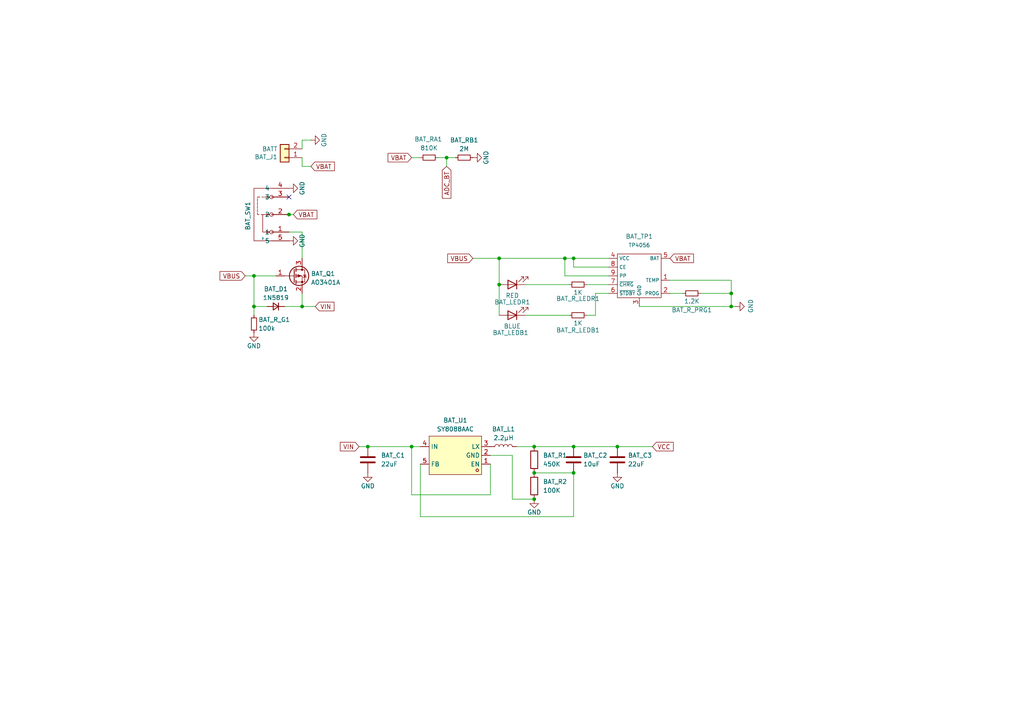
<source format=kicad_sch>
(kicad_sch (version 20250114) (generator "eeschema") (generator_version "9.0")
  (paper "A4")
  (lib_symbols
    (symbol "Connector_Generic:Conn_01x02" (pin_names (offset 1.016) (hide yes))
      (property "Reference" "J" (at 0 2.54 0))
      (property "Value" "Conn_01x02" (at 0 -5.08 0))
      (symbol "Conn_01x02_1_1"
        (rectangle (start -1.27 1.27) (end 1.27 -3.81) (stroke (width 0.254)) (fill (type background)))
        (rectangle (start -1.27 0.127) (end 0 -0.127) (stroke (width 0.1524)))
        (rectangle (start -1.27 -2.413) (end 0 -2.667) (stroke (width 0.1524)))
        (pin passive line (at -5.08 0 0) (length 3.81) (name "Pin_1") (number "1"))
        (pin passive line (at -5.08 -2.54 0) (length 3.81) (name "Pin_2") (number "2"))
      )
    )
    (symbol "Device:C" (pin_numbers (hide yes)) (pin_names (offset 0.254))
      (property "Reference" "C" (at 0.635 2.54 0))
      (property "Value" "C" (at 0.635 -2.54 0))
      (symbol "C_0_1"
        (polyline (pts (xy -2.032 0.762) (xy 2.032 0.762)) (stroke (width 0.508)))
        (polyline (pts (xy -2.032 -0.762) (xy 2.032 -0.762)) (stroke (width 0.508)))
      )
      (symbol "C_1_1"
        (pin passive line (at 0 3.81 270) (length 2.794) (name "~") (number "1"))
        (pin passive line (at 0 -3.81 90) (length 2.794) (name "~") (number "2"))
      )
    )
    (symbol "Device:D_Small" (pin_numbers (hide yes)) (pin_names (offset 0.254) (hide yes))
      (property "Reference" "D" (at -1.27 2.032 0))
      (property "Value" "D_Small" (at -3.81 -2.032 0))
      (symbol "D_Small_0_1"
        (polyline (pts (xy -0.762 0) (xy 0.762 0)))
        (polyline (pts (xy -0.762 -1.016) (xy -0.762 1.016)) (stroke (width 0.254)))
        (polyline (pts (xy 0.762 -1.016) (xy -0.762 0) (xy 0.762 1.016) (xy 0.762 -1.016)) (stroke (width 0.254)))
      )
      (symbol "D_Small_1_1"
        (pin passive line (at -2.54 0 0) (length 1.778) (name "K") (number "1"))
        (pin passive line (at 2.54 0 180) (length 1.778) (name "A") (number "2"))
      )
    )
    (symbol "Device:L" (pin_numbers (hide yes)) (pin_names (offset 1.016) (hide yes))
      (property "Reference" "L" (at -1.27 0 90))
      (property "Value" "L" (at 1.905 0 90))
      (symbol "L_0_1"
        (arc (start 0 2.54) (mid 0.6323 1.905) (end 0 1.27))
        (arc (start 0 1.27) (mid 0.6323 0.635) (end 0 0))
        (arc (start 0 0) (mid 0.6323 -0.635) (end 0 -1.27))
        (arc (start 0 -1.27) (mid 0.6323 -1.905) (end 0 -2.54))
      )
      (symbol "L_1_1"
        (pin passive line (at 0 3.81 270) (length 1.27) (name "1") (number "1"))
        (pin passive line (at 0 -3.81 90) (length 1.27) (name "2") (number "2"))
      )
    )
    (symbol "Device:LED" (pin_numbers (hide yes)) (pin_names (offset 1.016) (hide yes))
      (property "Reference" "D" (at 0 2.54 0))
      (property "Value" "LED" (at 0 -2.54 0))
      (symbol "LED_0_1"
        (polyline (pts (xy -3.048 -0.762) (xy -4.572 -2.286) (xy -3.81 -2.286) (xy -4.572 -2.286) (xy -4.572 -1.524)))
        (polyline (pts (xy -1.778 -0.762) (xy -3.302 -2.286) (xy -2.54 -2.286) (xy -3.302 -2.286) (xy -3.302 -1.524)))
        (polyline (pts (xy -1.27 0) (xy 1.27 0)))
        (polyline (pts (xy -1.27 -1.27) (xy -1.27 1.27)) (stroke (width 0.254)))
        (polyline (pts (xy 1.27 -1.27) (xy 1.27 1.27) (xy -1.27 0) (xy 1.27 -1.27)) (stroke (width 0.254)))
      )
      (symbol "LED_1_1"
        (pin passive line (at -3.81 0 0) (length 2.54) (name "K") (number "1"))
        (pin passive line (at 3.81 0 180) (length 2.54) (name "A") (number "2"))
      )
    )
    (symbol "Device:R" (pin_numbers (hide yes)) (pin_names (offset 0))
      (property "Reference" "R" (at 2.032 0 90))
      (property "Value" "R" (at 0 0 90))
      (symbol "R_0_1"
        (rectangle (start -1.016 -2.54) (end 1.016 2.54) (stroke (width 0.254)))
      )
      (symbol "R_1_1"
        (pin passive line (at 0 3.81 270) (length 1.27) (name "~") (number "1"))
        (pin passive line (at 0 -3.81 90) (length 1.27) (name "~") (number "2"))
      )
    )
    (symbol "Device:R_Small" (pin_numbers (hide yes)) (pin_names (offset 0.254) (hide yes))
      (property "Reference" "R" (at 0 0 90))
      (property "Value" "R_Small" (at 1.778 0 90))
      (symbol "R_Small_0_1"
        (rectangle (start -0.762 1.778) (end 0.762 -1.778) (stroke (width 0.2032)))
      )
      (symbol "R_Small_1_1"
        (pin passive line (at 0 2.54 270) (length 0.762) (name "~") (number "1"))
        (pin passive line (at 0 -2.54 90) (length 0.762) (name "~") (number "2"))
      )
    )
    (symbol "ErgoCai:SK12D07VG4"
      (property "Reference" "SW" (at 0 0 0))
      (property "Value" "SK12D07VG4" (at 0 -10.16 0))
      (symbol "SK12D07VG4_0_1"
        (polyline (pts (xy -7.62 0) (xy -7.62 5.08) (xy 7.62 5.08) (xy 7.62 0)))
        (polyline (pts (xy -5.08 0.51) (xy -5.33 1.52)))
        (polyline (pts (xy -5.08 0.51) (xy -4.83 1.52) (xy -4.83 1.52)))
        (polyline (pts (xy -5.08 0.51) (xy -5.08 2.54) (xy 0 2.54) (xy 0 0.51) (xy 0.25 1.52)))
        (circle (center -5.08 0) (radius 0.51))
        (polyline (pts (xy 0 3.56) (xy 0 4.06) (xy 0.51 4.06)))
        (polyline (pts (xy 0 2.54) (xy 0 3.05)))
        (polyline (pts (xy 0 0.51) (xy -0.25 1.52)))
        (circle (center 0 0) (radius 0.51))
        (polyline (pts (xy 0.76 4.06) (xy 1.52 4.06)))
        (polyline (pts (xy 1.78 4.06) (xy 2.54 4.06)))
        (polyline (pts (xy 2.79 4.06) (xy 3.56 4.06)))
        (polyline (pts (xy 3.81 4.06) (xy 4.57 4.06)))
        (polyline (pts (xy 4.83 4.06) (xy 5.08 4.06) (xy 5.08 3.3)))
        (polyline (pts (xy 5.08 2.79) (xy 5.08 2.29)))
        (polyline (pts (xy 5.08 2.03) (xy 5.08 1.52)))
        (polyline (pts (xy 5.08 1.27) (xy 5.08 0.51) (xy 5.33 1.52)))
        (polyline (pts (xy 5.08 0.51) (xy 4.83 1.52)))
        (circle (center 5.08 0) (radius 0.51))
        (pin unspecified line (at -7.62 -5.08 90) (length 5.08) (name "5") (number "5"))
        (pin unspecified line (at -5.08 -5.08 90) (length 5.08) (name "1") (number "1"))
        (pin unspecified line (at 0 -5.08 90) (length 5.08) (name "2") (number "2"))
        (pin unspecified line (at 5.08 -5.08 90) (length 5.08) (name "3") (number "3"))
        (pin unspecified line (at 7.62 -5.08 90) (length 5.08) (name "4") (number "4"))
      )
    )
    (symbol "ErgoCai:TP4056"
      (property "Reference" "U" (at 1.27 13.97 0))
      (property "Value" "TP4056" (at 8.89 13.97 0))
      (symbol "TP4056_0_1"
        (rectangle (start 0 12.7) (end 12.7 0))
      )
      (symbol "TP4056_1_1"
        (pin input line (at -2.54 11.43 0) (length 2.54) (name "VCC") (number "4"))
        (pin input line (at -2.54 8.89 0) (length 2.54) (name "CE") (number "8"))
        (pin input line (at -2.54 6.35 0) (length 2.54) (name "PP") (number "9"))
        (pin input line (at -2.54 3.81 0) (length 2.54) (name "~{CHRG}") (number "7"))
        (pin input line (at -2.54 1.27 0) (length 2.54) (name "~{STDBY}") (number "6"))
        (pin input line (at 6.35 -2.54 90) (length 2.54) (name "GND") (number "3"))
        (pin input line (at 15.24 11.43 180) (length 2.54) (name "BAT") (number "5"))
        (pin input line (at 15.24 5.08 180) (length 2.54) (name "TEMP") (number "1"))
        (pin input line (at 15.24 1.27 180) (length 2.54) (name "PROG") (number "2"))
      )
    )
    (symbol "Transistor_FET:AO3401A" (pin_names (hide yes))
      (property "Reference" "Q" (at 5.08 1.905 0))
      (property "Value" "AO3401A" (at 5.08 0 0))
      (symbol "AO3401A_0_1"
        (polyline (pts (xy 0.254 1.905) (xy 0.254 -1.905)) (stroke (width 0.254)))
        (polyline (pts (xy 0.254 0) (xy -2.54 0)))
        (polyline (pts (xy 0.762 2.286) (xy 0.762 1.27)) (stroke (width 0.254)))
        (polyline (pts (xy 0.762 1.778) (xy 3.302 1.778) (xy 3.302 -1.778) (xy 0.762 -1.778)))
        (polyline (pts (xy 0.762 0.508) (xy 0.762 -0.508)) (stroke (width 0.254)))
        (polyline (pts (xy 0.762 -1.27) (xy 0.762 -2.286)) (stroke (width 0.254)))
        (circle (center 1.651 0) (radius 2.794) (stroke (width 0.254)))
        (polyline (pts (xy 2.286 0) (xy 1.27 0.381) (xy 1.27 -0.381) (xy 2.286 0)) (fill (type outline)))
        (polyline (pts (xy 2.54 2.54) (xy 2.54 1.778)))
        (circle (center 2.54 1.778) (radius 0.254) (fill (type outline)))
        (circle (center 2.54 -1.778) (radius 0.254) (fill (type outline)))
        (polyline (pts (xy 2.54 -2.54) (xy 2.54 0) (xy 0.762 0)))
        (polyline (pts (xy 2.794 -0.508) (xy 2.921 -0.381) (xy 3.683 -0.381) (xy 3.81 -0.254)))
        (polyline (pts (xy 3.302 -0.381) (xy 2.921 0.254) (xy 3.683 0.254) (xy 3.302 -0.381)))
      )
      (symbol "AO3401A_1_1"
        (pin input line (at -5.08 0 0) (length 2.54) (name "G") (number "1"))
        (pin passive line (at 2.54 5.08 270) (length 2.54) (name "D") (number "3"))
        (pin passive line (at 2.54 -5.08 90) (length 2.54) (name "S") (number "2"))
      )
    )
    (symbol "easyeda2kicad:SY8088AAC"
      (property "Reference" "U" (at 0 7.62 0))
      (property "Value" "SY8088AAC" (at 0 -7.62 0))
      (symbol "SY8088AAC_0_1"
        (rectangle (start -7.62 5.59) (end 7.62 -5.59) (fill (type background)))
        (circle (center -6.35 4.32) (radius 0.38))
        (circle (center -6.35 4.32) (radius 0.38))
        (pin unspecified line (at -10.16 2.54 0) (length 2.54) (name "EN") (number "1"))
        (pin unspecified line (at -10.16 0 0) (length 2.54) (name "GND") (number "2"))
        (pin unspecified line (at -10.16 -2.54 0) (length 2.54) (name "LX") (number "3"))
        (pin unspecified line (at 10.16 2.54 180) (length 2.54) (name "FB") (number "5"))
        (pin unspecified line (at 10.16 -2.54 180) (length 2.54) (name "IN") (number "4"))
      )
    )
    (symbol "power:GND" (power) (pin_numbers (hide yes)) (pin_names (offset 0) (hide yes))
      (property "Value" "GND" (at 0 -3.81 0))
      (symbol "GND_0_1"
        (polyline (pts (xy 0 0) (xy 0 -1.27) (xy 1.27 -1.27) (xy 0 -2.54) (xy -1.27 -1.27) (xy 0 -1.27)))
      )
      (symbol "GND_1_1"
        (pin power_in line (at 0 0 270) (length 0) (name "~") (number "1"))
      )
    )
  )
  (junction (at 129.54 45.72))
  (junction (at 73.66 80.01) (diameter 0.9144))
  (junction (at 212.09 88.9))
  (junction (at 144.78 74.93))
  (junction (at 166.37 74.93))
  (junction (at 106.68 129.54))
  (junction (at 166.37 137.16))
  (junction (at 166.37 129.54))
  (junction (at 154.94 137.16))
  (junction (at 119.38 129.54))
  (junction (at 87.63 88.9) (diameter 0.9144))
  (junction (at 212.09 85.09))
  (junction (at 144.78 82.55))
  (junction (at 73.66 88.9) (diameter 0.9144))
  (junction (at 154.94 129.54))
  (junction (at 179.07 129.54))
  (junction (at 163.83 74.93))
  (junction (at 83.82 62.23))
  (junction (at 154.94 144.78))
  (no_connect (at 83.82 57.15))
  (wire (pts (xy 166.37 74.93) (xy 163.83 74.93)))
  (wire (pts (xy 87.63 45.72) (xy 87.63 48.26)))
  (wire (pts (xy 166.37 149.86) (xy 121.92 149.86)))
  (wire (pts (xy 144.78 82.55) (xy 144.78 91.44)))
  (wire (pts (xy 129.54 48.26) (xy 129.54 45.72)))
  (wire (pts (xy 148.59 144.78) (xy 154.94 144.78)))
  (wire (pts (xy 142.24 143.51) (xy 119.38 143.51)))
  (wire (pts (xy 166.37 77.47) (xy 166.37 74.93)))
  (wire (pts (xy 152.4 91.44) (xy 165.1 91.44)))
  (wire (pts (xy 83.82 67.31) (xy 87.63 67.31)))
  (wire (pts (xy 154.94 137.16) (xy 166.37 137.16)))
  (wire (pts (xy 87.63 67.31) (xy 87.63 74.93)))
  (wire (pts (xy 212.09 81.28) (xy 212.09 85.09)))
  (wire (pts (xy 213.36 88.9) (xy 212.09 88.9)))
  (wire (pts (xy 194.31 85.09) (xy 198.12 85.09)))
  (wire (pts (xy 83.82 62.23) (xy 85.09 62.23)))
  (wire (pts (xy 149.86 129.54) (xy 154.94 129.54)))
  (wire (pts (xy 119.38 45.72) (xy 121.92 45.72)))
  (wire (pts (xy 119.38 129.54) (xy 121.92 129.54)))
  (wire (pts (xy 212.09 88.9) (xy 185.42 88.9)))
  (wire (pts (xy 127 45.72) (xy 129.54 45.72)))
  (wire (pts (xy 142.24 132.08) (xy 148.59 132.08)))
  (wire (pts (xy 172.72 85.09) (xy 176.53 85.09)))
  (wire (pts (xy 106.68 129.54) (xy 119.38 129.54)))
  (wire (pts (xy 73.66 88.9) (xy 77.47 88.9)))
  (wire (pts (xy 129.54 45.72) (xy 132.08 45.72)))
  (wire (pts (xy 87.63 88.9) (xy 91.44 88.9)))
  (wire (pts (xy 212.09 85.09) (xy 212.09 88.9)))
  (wire (pts (xy 194.31 81.28) (xy 212.09 81.28)))
  (wire (pts (xy 179.07 129.54) (xy 189.23 129.54)))
  (wire (pts (xy 176.53 80.01) (xy 163.83 80.01)))
  (wire (pts (xy 166.37 129.54) (xy 179.07 129.54)))
  (wire (pts (xy 87.63 48.26) (xy 90.17 48.26)))
  (wire (pts (xy 144.78 74.93) (xy 144.78 82.55)))
  (wire (pts (xy 119.38 143.51) (xy 119.38 129.54)))
  (wire (pts (xy 87.63 43.18) (xy 87.63 40.64)))
  (wire (pts (xy 170.18 91.44) (xy 172.72 91.44)))
  (wire (pts (xy 170.18 82.55) (xy 176.53 82.55)))
  (wire (pts (xy 148.59 132.08) (xy 148.59 144.78)))
  (wire (pts (xy 176.53 77.47) (xy 166.37 77.47)))
  (wire (pts (xy 82.55 88.9) (xy 87.63 88.9)))
  (wire (pts (xy 104.14 129.54) (xy 106.68 129.54)))
  (wire (pts (xy 142.24 134.62) (xy 142.24 143.51)))
  (wire (pts (xy 82.55 62.23) (xy 83.82 62.23)))
  (wire (pts (xy 144.78 74.93) (xy 137.16 74.93)))
  (wire (pts (xy 163.83 80.01) (xy 163.83 74.93)))
  (wire (pts (xy 73.66 80.01) (xy 80.01 80.01)))
  (wire (pts (xy 152.4 82.55) (xy 165.1 82.55)))
  (wire (pts (xy 71.12 80.01) (xy 73.66 80.01)))
  (wire (pts (xy 172.72 91.44) (xy 172.72 85.09)))
  (wire (pts (xy 121.92 149.86) (xy 121.92 134.62)))
  (wire (pts (xy 87.63 40.64) (xy 90.17 40.64)))
  (wire (pts (xy 144.78 74.93) (xy 163.83 74.93)))
  (wire (pts (xy 73.66 88.9) (xy 73.66 91.44)))
  (wire (pts (xy 87.63 85.09) (xy 87.63 88.9)))
  (wire (pts (xy 166.37 74.93) (xy 176.53 74.93)))
  (wire (pts (xy 166.37 137.16) (xy 166.37 149.86)))
  (wire (pts (xy 154.94 129.54) (xy 166.37 129.54)))
  (wire (pts (xy 203.2 85.09) (xy 212.09 85.09)))
  (wire (pts (xy 73.66 80.01) (xy 73.66 88.9)))
  (global_label "VBAT" (shape input) (at 90.17 48.26 0) (property "Intersheetrefs" "${INTERSHEET_REFS}" (effects (hide yes))))
  (global_label "VBAT" (shape input) (at 119.38 45.72 180) (property "Intersheetrefs" "${INTERSHEET_REFS}" (effects (hide yes))))
  (global_label "VBUS" (shape input) (at 137.16 74.93 180) (property "Intersheetrefs" "${INTERSHEET_REFS}" (effects (hide yes))))
  (global_label "ADC_BT" (shape input) (at 129.54 48.26 270) (property "Intersheetrefs" "${INTERSHEET_REFS}" (effects (hide yes))))
  (global_label "VBUS" (shape input) (at 71.12 80.01 180) (property "Intersheetrefs" "${INTERSHEET_REFS}" (effects (hide yes))))
  (global_label "VIN" (shape input) (at 104.14 129.54 180) (property "Intersheetrefs" "${INTERSHEET_REFS}" (effects (hide yes))))
  (global_label "VBAT" (shape input) (at 85.09 62.23 0) (property "Intersheetrefs" "${INTERSHEET_REFS}" (effects (hide yes))))
  (global_label "VIN" (shape input) (at 91.44 88.9 0) (property "Intersheetrefs" "${INTERSHEET_REFS}" (effects (hide yes))))
  (global_label "VBAT" (shape input) (at 194.31 74.93 0) (property "Intersheetrefs" "${INTERSHEET_REFS}" (effects (hide yes))))
  (global_label "VCC" (shape input) (at 189.23 129.54 0) (property "Intersheetrefs" "${INTERSHEET_REFS}" (effects (hide yes))))
  (symbol (lib_id "easyeda2kicad:SY8088AAC") (at 132.08 132.08 180) (unit 1)
    (property "Reference" "BAT_U1" (at 132.08 121.92 0))
    (property "Value" "SY8088AAC" (at 132.08 124.46 0))
    (property "Footprint" "easyeda2kicad:SOT-23-5_L3.0-W1.7-P0.95-LS2.8-BR" (effects (hide yes)))
    (property "Datasheet" "https://lcsc.com/product-detail/DC-DC-Converters_Silergy_SY8088AAC_SY8088AAC_C79313.html" (effects (hide yes)))
    (property "LCSC Part" "C79313" (effects (hide yes)))
  )
  (symbol (lib_id "Device:R_Small") (at 200.66 85.09 90) (unit 1)
    (property "Reference" "BAT_R_PRG1" (at 200.66 89.916 90))
    (property "Value" "1.2K" (at 200.66 87.376 90))
    (property "Footprint" "ErgoCai.pretty:R_0603_1608Metric" (effects (hide yes)))
    (property "Description" "Resistor, small symbol" (effects (hide yes)))
  )
  (symbol (lib_id "power:GND") (at 154.94 144.78 0) (unit 1)
    (property "Reference" "#PWR02" (effects (hide yes)))
    (property "Value" "GND" (at 154.94 148.59 0))
    (property "Description" "Power symbol creates a global label with name \"GND\" , ground" (effects (hide yes)))
  )
  (symbol (lib_id "ErgoCai:SK12D07VG4") (at 78.74 62.23 90) (unit 1)
    (property "Reference" "BAT_SW1" (at 71.882 58.42 0) (effects (justify right)))
    (property "Value" "~" (at 76.2001 68.58 0) (effects (justify right)))
    (property "Footprint" "easyeda2kicad:SW-TH_SK12D07VG4" (effects (hide yes)))
    (property "Datasheet" "https://lcsc.com/product-detail/Toggle-Switches_SHOU-HAN-SK12D07VG4_C393937.html" (effects (hide yes)))
    (property "Description" "Switch, dual pole double throw, separate symbols" (effects (hide yes)))
    (property "MF" "C&K" (effects (hide yes)))
    (property "Description_1" "Switch Slide ON ON SPDT Side Slide 0.3A 30VDC PC Pins Bracket Mount/Through Hole Bulk" (effects (hide yes)))
    (property "Package" "None" (effects (hide yes)))
    (property "Price" "None" (effects (hide yes)))
    (property "SnapEDA_Link" "https://www.snapeda.com/parts/SK12D07VG4/C%2526K/view-part/?ref=snap" (effects (hide yes)))
    (property "MP" "SK12D07VG4" (effects (hide yes)))
    (property "Availability" "Not in stock" (effects (hide yes)))
    (property "Check_prices" "https://www.snapeda.com/parts/SK12D07VG4/C%2526K/view-part/?ref=eda" (effects (hide yes)))
    (property "LCSC Part" "C393937" (effects (hide yes)))
  )
  (symbol (lib_id "Device:C") (at 106.68 133.35 0) (unit 1)
    (property "Reference" "BAT_C1" (at 110.49 132.0799 0) (effects (justify left)))
    (property "Value" "22uF" (at 110.49 134.6199 0) (effects (justify left)))
    (property "Footprint" "Capacitor_SMD:C_0603_1608Metric" (effects (hide yes)))
    (property "Description" "Unpolarized capacitor" (effects (hide yes)))
  )
  (symbol (lib_id "Device:R_Small") (at 167.64 91.44 90) (unit 1)
    (property "Reference" "BAT_R_LEDB1" (at 167.64 95.758 90))
    (property "Value" "1K" (at 167.64 93.726 90))
    (property "Footprint" "ErgoCai.pretty:R_0603_1608Metric" (effects (hide yes)))
    (property "Description" "Resistor, small symbol" (effects (hide yes)))
  )
  (symbol (lib_id "power:GND") (at 213.36 88.9 90) (unit 1)
    (property "Reference" "#PWR0105" (effects (hide yes)))
    (property "Value" "GND" (at 217.7542 88.773 0))
    (property "Description" "Power symbol creates a global label with name \"GND\" , ground" (effects (hide yes)))
  )
  (symbol (lib_id "Device:LED") (at 148.59 91.44 180) (unit 1)
    (property "Reference" "BAT_LEDB1" (at 148.082 96.52 0))
    (property "Value" "BLUE" (at 148.59 94.615 0))
    (property "Footprint" "ErgoCai.pretty:LED_0603_1608Metric" (effects (hide yes)))
    (property "Description" "Light emitting diode" (effects (hide yes)))
    (property "Sim.Pins" "1=K 2=A" (effects (hide yes)))
  )
  (symbol (lib_id "Device:L") (at 146.05 129.54 90) (unit 1)
    (property "Reference" "BAT_L1" (at 146.05 124.46 90))
    (property "Value" "2.2µH" (at 146.05 127 90))
    (property "Footprint" "Inductor_SMD:L_0603_1608Metric" (effects (hide yes)))
    (property "Description" "Inductor" (effects (hide yes)))
  )
  (symbol (lib_id "Device:LED") (at 148.59 82.55 180) (unit 1)
    (property "Reference" "BAT_LEDR1" (at 148.59 87.63 0))
    (property "Value" "RED" (at 148.59 85.725 0))
    (property "Footprint" "ErgoCai.pretty:LED_0603_1608Metric" (effects (hide yes)))
    (property "Description" "Light emitting diode" (effects (hide yes)))
    (property "Sim.Pins" "1=K 2=A" (effects (hide yes)))
  )
  (symbol (lib_id "power:GND") (at 106.68 137.16 0) (unit 1)
    (property "Reference" "#PWR01" (effects (hide yes)))
    (property "Value" "GND" (at 106.68 140.97 0))
    (property "Description" "Power symbol creates a global label with name \"GND\" , ground" (effects (hide yes)))
  )
  (symbol (lib_id "Device:R") (at 154.94 133.35 0) (unit 1)
    (property "Reference" "BAT_R1" (at 157.48 132.0799 0) (effects (justify left)))
    (property "Value" "450K" (at 157.48 134.6199 0) (effects (justify left)))
    (property "Footprint" "ErgoCai.pretty:R_0603_1608Metric" (effects (hide yes)))
    (property "Description" "Resistor" (effects (hide yes)))
  )
  (symbol (lib_id "power:GND") (at 179.07 137.16 0) (unit 1)
    (property "Reference" "#PWR03" (effects (hide yes)))
    (property "Value" "GND" (at 179.07 140.97 0))
    (property "Description" "Power symbol creates a global label with name \"GND\" , ground" (effects (hide yes)))
  )
  (symbol (lib_id "power:GND") (at 83.82 54.61 90) (unit 1)
    (property "Reference" "#PWR05" (effects (hide yes)))
    (property "Value" "GND" (at 87.63 54.61 0))
    (property "Description" "Power symbol creates a global label with name \"GND\" , ground" (effects (hide yes)))
  )
  (symbol (lib_id "power:GND") (at 83.82 69.85 90) (unit 1)
    (property "Reference" "#PWR04" (effects (hide yes)))
    (property "Value" "GND" (at 87.63 69.85 0))
    (property "Description" "Power symbol creates a global label with name \"GND\" , ground" (effects (hide yes)))
  )
  (symbol (lib_id "Device:R_Small") (at 73.66 93.98 0) (unit 1)
    (property "Reference" "BAT_R_G1" (at 74.93 92.7099 0) (effects (justify left)))
    (property "Value" "100k" (at 74.93 95.2499 0) (effects (justify left)))
    (property "Footprint" "ErgoCai.pretty:R_0603_1608Metric" (effects (hide yes)))
    (property "Description" "Resistor, small symbol" (effects (hide yes)))
  )
  (symbol (lib_id "Device:D_Small") (at 80.01 88.9 180) (unit 1)
    (property "Reference" "BAT_D1" (at 80.01 83.82 0))
    (property "Value" "1N5819" (at 80.01 86.36 0))
    (property "Footprint" "ErgoCai.pretty:D_SOD-123" (effects (hide yes)))
    (property "Description" "Diode, small symbol" (effects (hide yes)))
    (property "Sim.Device" "D" (effects (hide yes)))
    (property "Sim.Pins" "1=K 2=A" (effects (hide yes)))
  )
  (symbol (lib_id "Device:R") (at 154.94 140.97 0) (unit 1)
    (property "Reference" "BAT_R2" (at 157.48 139.6999 0) (effects (justify left)))
    (property "Value" "100K" (at 157.48 142.2399 0) (effects (justify left)))
    (property "Footprint" "ErgoCai.pretty:R_0603_1608Metric" (effects (hide yes)))
    (property "Description" "Resistor" (effects (hide yes)))
  )
  (symbol (lib_id "Transistor_FET:AO3401A") (at 85.09 80.01 0) (unit 1)
    (property "Reference" "BAT_Q1" (at 90.17 79.3749 0) (effects (justify left)))
    (property "Value" "AO3401A" (at 90.17 81.9149 0) (effects (justify left)))
    (property "Footprint" "Package_TO_SOT_SMD:SOT-23" (effects (hide yes)))
    (property "Datasheet" "http://www.aosmd.com/pdfs/datasheet/AO3401A.pdf" (effects (hide yes)))
    (property "Description" "-4.0A Id, -30V Vds, P-Channel MOSFET, SOT-23" (effects (hide yes)))
  )
  (symbol (lib_id "Device:C") (at 166.37 133.35 0) (unit 1)
    (property "Reference" "BAT_C2" (at 169.164 132.08 0) (effects (justify left)))
    (property "Value" "10uF" (at 169.164 134.62 0) (effects (justify left)))
    (property "Footprint" "Capacitor_SMD:C_0603_1608Metric" (effects (hide yes)))
    (property "Description" "Unpolarized capacitor" (effects (hide yes)))
  )
  (symbol (lib_id "power:GND") (at 137.16 45.72 90) (unit 1)
    (property "Reference" "#PWR0101" (effects (hide yes)))
    (property "Value" "GND" (at 140.97 45.72 0))
    (property "Description" "Power symbol creates a global label with name \"GND\" , ground" (effects (hide yes)))
  )
  (symbol (lib_id "Device:C") (at 179.07 133.35 0) (unit 1)
    (property "Reference" "BAT_C3" (at 182.118 132.08 0) (effects (justify left)))
    (property "Value" "22uF" (at 182.118 134.62 0) (effects (justify left)))
    (property "Footprint" "Capacitor_SMD:C_0603_1608Metric" (effects (hide yes)))
    (property "Description" "Unpolarized capacitor" (effects (hide yes)))
  )
  (symbol (lib_id "Device:R_Small") (at 124.46 45.72 90) (unit 1)
    (property "Reference" "BAT_RA1" (at 128.27 40.386 90) (effects (justify left)))
    (property "Value" "810K" (at 127 42.926 90) (effects (justify left)))
    (property "Footprint" "ErgoCai.pretty:R_0603_1608Metric" (effects (hide yes)))
    (property "Description" "Resistor, small symbol" (effects (hide yes)))
  )
  (symbol (lib_id "Connector_Generic:Conn_01x02") (at 82.55 45.72 180) (unit 1)
    (property "Reference" "BAT_J1" (at 80.518 45.5168 0) (effects (justify left)))
    (property "Value" "BATT" (at 80.518 43.2054 0) (effects (justify left)))
    (property "Footprint" "ErgoCai.pretty:Battery_Holder_18650_Nickel" (effects (hide yes)))
    (property "Description" "Generic connector, single row, 01x02, script generated (kicad-library-utils/schlib/autogen/connector/)" (effects (hide yes)))
  )
  (symbol (lib_id "power:GND") (at 73.66 96.52 0) (unit 1)
    (property "Reference" "#PWR0103" (effects (hide yes)))
    (property "Value" "GND" (at 73.66 100.33 0))
    (property "Description" "Power symbol creates a global label with name \"GND\" , ground" (effects (hide yes)))
  )
  (symbol (lib_id "Device:R_Small") (at 134.62 45.72 90) (unit 1)
    (property "Reference" "BAT_RB1" (at 134.62 40.64 90))
    (property "Value" "2M" (at 134.62 43.18 90))
    (property "Footprint" "ErgoCai.pretty:R_0603_1608Metric" (effects (hide yes)))
    (property "Description" "Resistor, small symbol" (effects (hide yes)))
  )
  (symbol (lib_id "ErgoCai:TP4056") (at 179.07 86.36 0) (unit 1)
    (property "Reference" "BAT_TP1" (at 185.42 68.58 0))
    (property "Value" "TP4056" (at 185.42 71.12 0) (effects (font (size 1.1 1.1))))
    (property "Footprint" "Package_SO:SOIC-8-1EP_3.9x4.9mm_P1.27mm_EP2.29x3mm" (effects (hide yes)))
    (property "Description" "TP4056" (effects (hide yes)))
  )
  (symbol (lib_id "power:GND") (at 90.17 40.64 90) (unit 1)
    (property "Reference" "#PWR0102" (effects (hide yes)))
    (property "Value" "GND" (at 93.98 40.64 0))
    (property "Description" "Power symbol creates a global label with name \"GND\" , ground" (effects (hide yes)))
  )
  (symbol (lib_id "Device:R_Small") (at 167.64 82.55 90) (unit 1)
    (property "Reference" "BAT_R_LEDR1" (at 167.64 86.614 90))
    (property "Value" "1K" (at 167.64 84.836 90))
    (property "Footprint" "ErgoCai.pretty:R_0603_1608Metric" (effects (hide yes)))
    (property "Description" "Resistor, small symbol" (effects (hide yes)))
  )
)
</source>
